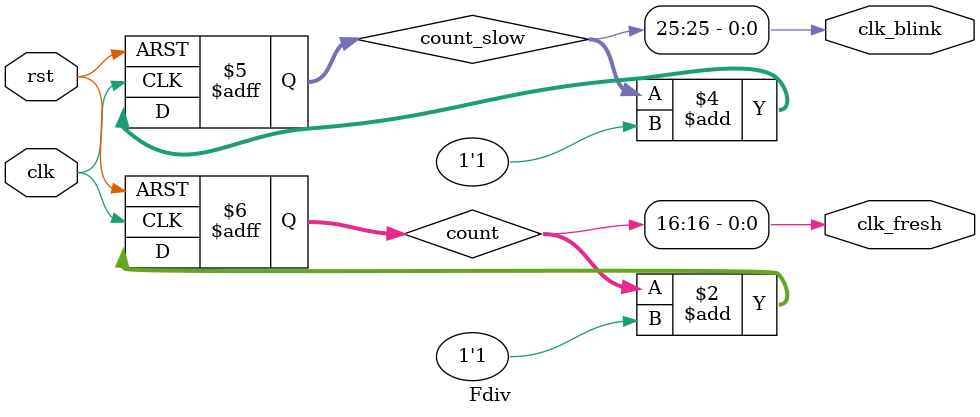
<source format=v>
`timescale 1ns / 1ps


module Fdiv(
        input clk,
        input rst,
        output clk_fresh,
        output clk_blink
    );
    //分频2ms
    reg[16:0] count;
    always @(posedge rst or posedge clk) begin
        if(rst) count <= 0;
        else count <= count + 1'b1;
    end
    assign clk_fresh = count[16];

    //分频 100MHz / 2^26 = 1.5Hz (0.6秒变一次)
    reg [25:0] count_slow; 
    always @(posedge rst or posedge clk) begin
        if(rst) count_slow <= 0;
        else count_slow <= count_slow + 1'b1;
    end
    
    
    assign clk_blink = count_slow[25];

endmodule

</source>
